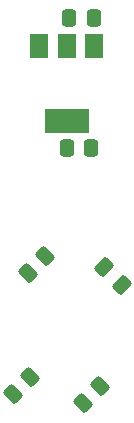
<source format=gbr>
%TF.GenerationSoftware,KiCad,Pcbnew,(6.0.0)*%
%TF.CreationDate,2022-01-16T15:55:41+01:00*%
%TF.ProjectId,Bluster,426c7573-7465-4722-9e6b-696361645f70,rev?*%
%TF.SameCoordinates,Original*%
%TF.FileFunction,Paste,Bot*%
%TF.FilePolarity,Positive*%
%FSLAX46Y46*%
G04 Gerber Fmt 4.6, Leading zero omitted, Abs format (unit mm)*
G04 Created by KiCad (PCBNEW (6.0.0)) date 2022-01-16 15:55:41*
%MOMM*%
%LPD*%
G01*
G04 APERTURE LIST*
G04 Aperture macros list*
%AMRoundRect*
0 Rectangle with rounded corners*
0 $1 Rounding radius*
0 $2 $3 $4 $5 $6 $7 $8 $9 X,Y pos of 4 corners*
0 Add a 4 corners polygon primitive as box body*
4,1,4,$2,$3,$4,$5,$6,$7,$8,$9,$2,$3,0*
0 Add four circle primitives for the rounded corners*
1,1,$1+$1,$2,$3*
1,1,$1+$1,$4,$5*
1,1,$1+$1,$6,$7*
1,1,$1+$1,$8,$9*
0 Add four rect primitives between the rounded corners*
20,1,$1+$1,$2,$3,$4,$5,0*
20,1,$1+$1,$4,$5,$6,$7,0*
20,1,$1+$1,$6,$7,$8,$9,0*
20,1,$1+$1,$8,$9,$2,$3,0*%
G04 Aperture macros list end*
%ADD10RoundRect,0.250000X0.337500X0.475000X-0.337500X0.475000X-0.337500X-0.475000X0.337500X-0.475000X0*%
%ADD11RoundRect,0.250000X-0.337500X-0.475000X0.337500X-0.475000X0.337500X0.475000X-0.337500X0.475000X0*%
%ADD12RoundRect,0.250000X-0.097227X0.574524X-0.574524X0.097227X0.097227X-0.574524X0.574524X-0.097227X0*%
%ADD13RoundRect,0.250000X0.574524X0.097227X0.097227X0.574524X-0.574524X-0.097227X-0.097227X-0.574524X0*%
%ADD14R,1.500000X2.000000*%
%ADD15R,3.800000X2.000000*%
G04 APERTURE END LIST*
D10*
%TO.C,C5*%
X171027500Y-41400000D03*
X168952500Y-41400000D03*
%TD*%
D11*
%TO.C,C6*%
X168732500Y-52375000D03*
X170807500Y-52375000D03*
%TD*%
D12*
%TO.C,C1*%
X171593623Y-72536377D03*
X170126377Y-74003623D03*
%TD*%
%TO.C,C3*%
X166883623Y-61526377D03*
X165416377Y-62993623D03*
%TD*%
%TO.C,C4*%
X165649261Y-71796499D03*
X164182015Y-73263745D03*
%TD*%
D13*
%TO.C,C2*%
X173383623Y-63973623D03*
X171916377Y-62506377D03*
%TD*%
D14*
%TO.C,U2*%
X166420000Y-43800000D03*
X168720000Y-43800000D03*
D15*
X168720000Y-50100000D03*
D14*
X171020000Y-43800000D03*
%TD*%
M02*

</source>
